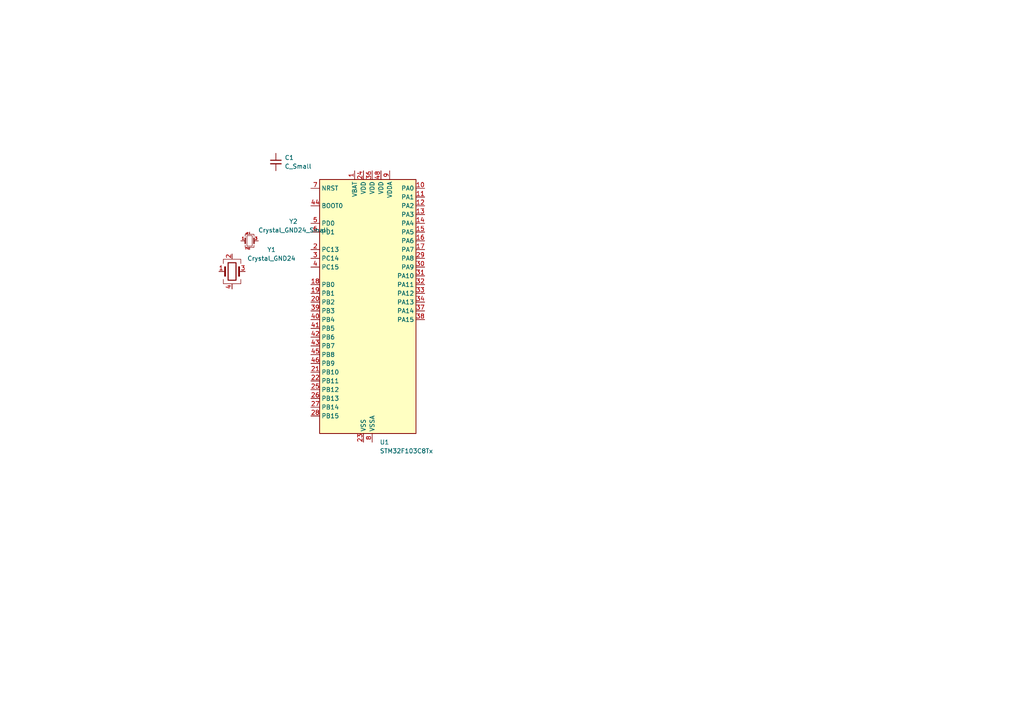
<source format=kicad_sch>
(kicad_sch (version 20231120) (generator "eeschema") (generator_version "8.0")
  (paper "A4")
  (lib_symbols
    (symbol "Device:C_Small" (pin_numbers hide) (pin_names (offset 0.254) hide)
      (property "Reference" "C" (at 0.254 1.778 0))
      (property "Value" "C_Small" (at 0.254 -2.032 0))
      (symbol "C_Small_0_1"
        (polyline (pts (xy -1.524 -0.508) (xy 1.524 -0.508)) (stroke (width 0.3302)))
        (polyline (pts (xy -1.524 0.508) (xy 1.524 0.508)) (stroke (width 0.3048)))
      )
      (symbol "C_Small_1_1"
        (pin passive line (at 0 2.54 270) (length 2.032) (name "~") (number "1"))
        (pin passive line (at 0 -2.54 90) (length 2.032) (name "~") (number "2"))
      )
    )
    (symbol "Device:Crystal_GND24" (pin_names (offset 1.016) hide)
      (property "Reference" "Y" (at 3.175 5.08 0))
      (property "Value" "Crystal_GND24" (at 3.175 3.175 0))
      (symbol "Crystal_GND24_0_1"
        (rectangle (start -1.143 2.54) (end 1.143 -2.54) (stroke (width 0.3048)))
        (polyline (pts (xy -2.54 0) (xy -2.032 0)))
        (polyline (pts (xy -2.032 -1.27) (xy -2.032 1.27)) (stroke (width 0.508)))
        (polyline (pts (xy 0 -3.81) (xy 0 -3.556)))
        (polyline (pts (xy 0 3.556) (xy 0 3.81)))
        (polyline (pts (xy 2.032 -1.27) (xy 2.032 1.27)) (stroke (width 0.508)))
        (polyline (pts (xy 2.032 0) (xy 2.54 0)))
        (polyline (pts (xy -2.54 -2.286) (xy -2.54 -3.556) (xy 2.54 -3.556) (xy 2.54 -2.286)))
        (polyline (pts (xy -2.54 2.286) (xy -2.54 3.556) (xy 2.54 3.556) (xy 2.54 2.286)))
      )
      (symbol "Crystal_GND24_1_1"
        (pin passive line (at -3.81 0 0) (length 1.27) (name "1") (number "1"))
        (pin passive line (at 0 5.08 270) (length 1.27) (name "2") (number "2"))
        (pin passive line (at 3.81 0 180) (length 1.27) (name "3") (number "3"))
        (pin passive line (at 0 -5.08 90) (length 1.27) (name "4") (number "4"))
      )
    )
    (symbol "Device:Crystal_GND24_Small" (pin_names (offset 1.016) hide)
      (property "Reference" "Y" (at 1.27 4.445 0))
      (property "Value" "Crystal_GND24_Small" (at 1.27 2.54 0))
      (symbol "Crystal_GND24_Small_0_1"
        (rectangle (start -0.762 -1.524) (end 0.762 1.524))
        (polyline (pts (xy -1.27 -0.762) (xy -1.27 0.762)) (stroke (width 0.381)))
        (polyline (pts (xy 1.27 -0.762) (xy 1.27 0.762)) (stroke (width 0.381)))
        (polyline (pts (xy -1.27 -1.27) (xy -1.27 -1.905) (xy 1.27 -1.905) (xy 1.27 -1.27)))
        (polyline (pts (xy -1.27 1.27) (xy -1.27 1.905) (xy 1.27 1.905) (xy 1.27 1.27)))
      )
      (symbol "Crystal_GND24_Small_1_1"
        (pin passive line (at -2.54 0 0) (length 1.27) (name "1") (number "1"))
        (pin passive line (at 0 -2.54 90) (length 0.635) (name "2") (number "2"))
        (pin passive line (at 2.54 0 180) (length 1.27) (name "3") (number "3"))
        (pin passive line (at 0 2.54 270) (length 0.635) (name "4") (number "4"))
      )
    )
    (symbol "MCU_ST_STM32F1:STM32F103C8Tx"
      (property "Reference" "U" (at -12.7 39.37 0))
      (property "Value" "STM32F103C8Tx" (at 10.16 39.37 0))
      (symbol "STM32F103C8Tx_0_1"
        (rectangle (start -12.7 -35.56) (end 15.24 38.1) (stroke (width 0.254)) (fill (type background)))
      )
      (symbol "STM32F103C8Tx_1_1"
        (pin power_in line (at -2.54 40.64 270) (length 2.54) (name "VBAT") (number "1"))
        (pin bidirectional line (at 17.78 35.56 180) (length 2.54) (name "PA0") (number "10"))
        (pin bidirectional line (at 17.78 33.02 180) (length 2.54) (name "PA1") (number "11"))
        (pin bidirectional line (at 17.78 30.48 180) (length 2.54) (name "PA2") (number "12"))
        (pin bidirectional line (at 17.78 27.94 180) (length 2.54) (name "PA3") (number "13"))
        (pin bidirectional line (at 17.78 25.4 180) (length 2.54) (name "PA4") (number "14"))
        (pin bidirectional line (at 17.78 22.86 180) (length 2.54) (name "PA5") (number "15"))
        (pin bidirectional line (at 17.78 20.32 180) (length 2.54) (name "PA6") (number "16"))
        (pin bidirectional line (at 17.78 17.78 180) (length 2.54) (name "PA7") (number "17"))
        (pin bidirectional line (at -15.24 7.62 0) (length 2.54) (name "PB0") (number "18"))
        (pin bidirectional line (at -15.24 5.08 0) (length 2.54) (name "PB1") (number "19"))
        (pin bidirectional line (at -15.24 17.78 0) (length 2.54) (name "PC13") (number "2"))
        (pin bidirectional line (at -15.24 2.54 0) (length 2.54) (name "PB2") (number "20"))
        (pin bidirectional line (at -15.24 -17.78 0) (length 2.54) (name "PB10") (number "21"))
        (pin bidirectional line (at -15.24 -20.32 0) (length 2.54) (name "PB11") (number "22"))
        (pin power_in line (at 0 -38.1 90) (length 2.54) (name "VSS") (number "23"))
        (pin power_in line (at 0 40.64 270) (length 2.54) (name "VDD") (number "24"))
        (pin bidirectional line (at -15.24 -22.86 0) (length 2.54) (name "PB12") (number "25"))
        (pin bidirectional line (at -15.24 -25.4 0) (length 2.54) (name "PB13") (number "26"))
        (pin bidirectional line (at -15.24 -27.94 0) (length 2.54) (name "PB14") (number "27"))
        (pin bidirectional line (at -15.24 -30.48 0) (length 2.54) (name "PB15") (number "28"))
        (pin bidirectional line (at 17.78 15.24 180) (length 2.54) (name "PA8") (number "29"))
        (pin bidirectional line (at -15.24 15.24 0) (length 2.54) (name "PC14") (number "3"))
        (pin bidirectional line (at 17.78 12.7 180) (length 2.54) (name "PA9") (number "30"))
        (pin bidirectional line (at 17.78 10.16 180) (length 2.54) (name "PA10") (number "31"))
        (pin bidirectional line (at 17.78 7.62 180) (length 2.54) (name "PA11") (number "32"))
        (pin bidirectional line (at 17.78 5.08 180) (length 2.54) (name "PA12") (number "33"))
        (pin bidirectional line (at 17.78 2.54 180) (length 2.54) (name "PA13") (number "34"))
        (pin passive line (at 0 -38.1 90) (length 2.54) hide (name "VSS") (number "35"))
        (pin power_in line (at 2.54 40.64 270) (length 2.54) (name "VDD") (number "36"))
        (pin bidirectional line (at 17.78 0 180) (length 2.54) (name "PA14") (number "37"))
        (pin bidirectional line (at 17.78 -2.54 180) (length 2.54) (name "PA15") (number "38"))
        (pin bidirectional line (at -15.24 0 0) (length 2.54) (name "PB3") (number "39"))
        (pin bidirectional line (at -15.24 12.7 0) (length 2.54) (name "PC15") (number "4"))
        (pin bidirectional line (at -15.24 -2.54 0) (length 2.54) (name "PB4") (number "40"))
        (pin bidirectional line (at -15.24 -5.08 0) (length 2.54) (name "PB5") (number "41"))
        (pin bidirectional line (at -15.24 -7.62 0) (length 2.54) (name "PB6") (number "42"))
        (pin bidirectional line (at -15.24 -10.16 0) (length 2.54) (name "PB7") (number "43"))
        (pin input line (at -15.24 30.48 0) (length 2.54) (name "BOOT0") (number "44"))
        (pin bidirectional line (at -15.24 -12.7 0) (length 2.54) (name "PB8") (number "45"))
        (pin bidirectional line (at -15.24 -15.24 0) (length 2.54) (name "PB9") (number "46"))
        (pin passive line (at 0 -38.1 90) (length 2.54) hide (name "VSS") (number "47"))
        (pin power_in line (at 5.08 40.64 270) (length 2.54) (name "VDD") (number "48"))
        (pin bidirectional line (at -15.24 25.4 0) (length 2.54) (name "PD0") (number "5"))
        (pin bidirectional line (at -15.24 22.86 0) (length 2.54) (name "PD1") (number "6"))
        (pin input line (at -15.24 35.56 0) (length 2.54) (name "NRST") (number "7"))
        (pin power_in line (at 2.54 -38.1 90) (length 2.54) (name "VSSA") (number "8"))
        (pin power_in line (at 7.62 40.64 270) (length 2.54) (name "VDDA") (number "9"))
      )
    )
  )
  (symbol (lib_id "MCU_ST_STM32F1:STM32F103C8Tx") (at 105.41 90.17 0) (unit 1)
    (property "Reference" "U1" (at 110.1441 128.27 0) (effects (justify left)))
    (property "Value" "STM32F103C8Tx" (at 110.1441 130.81 0) (effects (justify left)))
    (property "Footprint" "Package_QFP:LQFP-48_7x7mm_P0.5mm" (effects (hide yes)))
    (property "Datasheet" "https://www.st.com/resource/en/datasheet/stm32f103c8.pdf" (effects (hide yes)))
    (property "Description" "STMicroelectronics Arm Cortex-M3 MCU, 64KB flash, 20KB RAM, 72 MHz, 2.0-3.6V, 37 GPIO, LQFP48" (effects (hide yes)))
  )
  (symbol (lib_id "Device:Crystal_GND24_Small") (at 72.39 69.85 0) (unit 1)
    (property "Reference" "Y2" (at 85.09 64.2298 0))
    (property "Value" "Crystal_GND24_Small" (at 85.09 66.7698 0))
    (property "Description" "Four pin crystal, GND on pins 2 and 4, small symbol" (effects (hide yes)))
  )
  (symbol (lib_id "Device:C_Small") (at 80.01 46.99 0) (unit 1)
    (property "Reference" "C1" (at 82.55 45.7262 0) (effects (justify left)))
    (property "Value" "C_Small" (at 82.55 48.2662 0) (effects (justify left)))
    (property "Description" "Unpolarized capacitor, small symbol" (effects (hide yes)))
  )
  (symbol (lib_id "Device:Crystal_GND24") (at 67.31 78.74 0) (unit 1)
    (property "Reference" "Y1" (at 78.74 72.4214 0))
    (property "Value" "Crystal_GND24" (at 78.74 74.9614 0))
    (property "Description" "Four pin crystal, GND on pins 2 and 4" (effects (hide yes)))
  )
)
</source>
